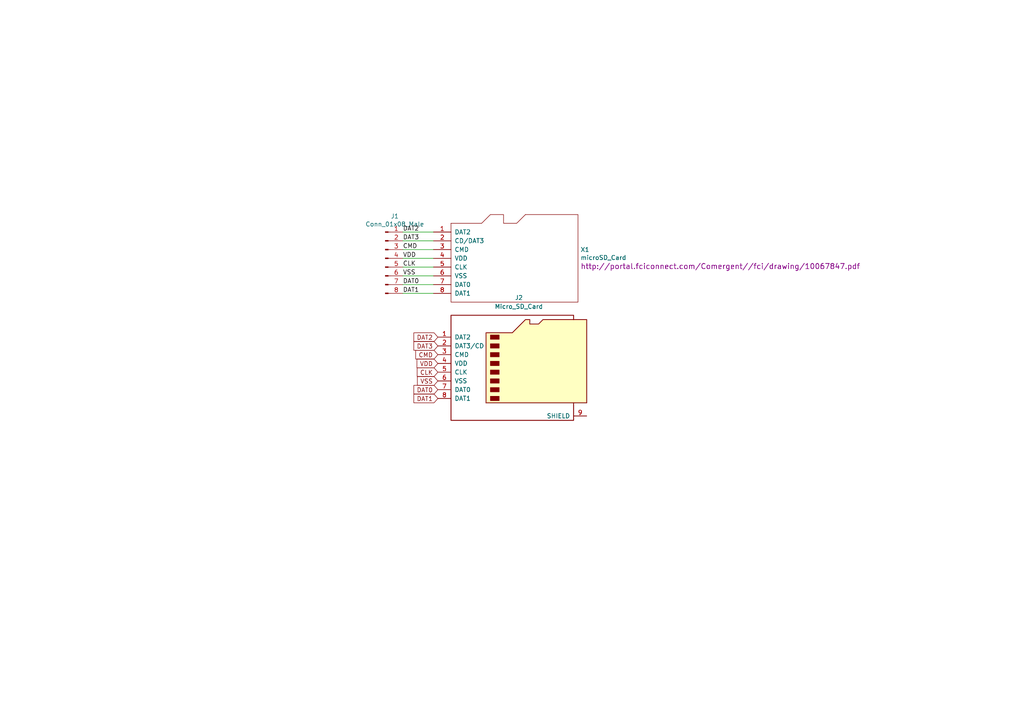
<source format=kicad_sch>
(kicad_sch (version 20211123) (generator eeschema)
  (paper "A4")
  (lib_symbols
    (symbol "Connector:Conn_01x08_Male" (pin_names (offset 1.016) hide)
      (property "Reference" "J" (at 0 10.16 0))
      (property "Value" "Conn_01x08_Male" (at 0 -12.7 0))
      (symbol "Conn_01x08_Male_1_1"
        (polyline (pts (xy 1.27 -10.16) (xy 0.8636 -10.16)) (stroke (width 0.1524)))
        (polyline (pts (xy 1.27 -7.62) (xy 0.8636 -7.62)) (stroke (width 0.1524)))
        (polyline (pts (xy 1.27 -5.08) (xy 0.8636 -5.08)) (stroke (width 0.1524)))
        (polyline (pts (xy 1.27 -2.54) (xy 0.8636 -2.54)) (stroke (width 0.1524)))
        (polyline (pts (xy 1.27 0) (xy 0.8636 0)) (stroke (width 0.1524)))
        (polyline (pts (xy 1.27 2.54) (xy 0.8636 2.54)) (stroke (width 0.1524)))
        (polyline (pts (xy 1.27 5.08) (xy 0.8636 5.08)) (stroke (width 0.1524)))
        (polyline (pts (xy 1.27 7.62) (xy 0.8636 7.62)) (stroke (width 0.1524)))
        (rectangle (start 0.8636 -10.033) (end 0 -10.287) (stroke (width 0.1524)) (fill (type outline)))
        (rectangle (start 0.8636 -7.493) (end 0 -7.747) (stroke (width 0.1524)) (fill (type outline)))
        (rectangle (start 0.8636 -4.953) (end 0 -5.207) (stroke (width 0.1524)) (fill (type outline)))
        (rectangle (start 0.8636 -2.413) (end 0 -2.667) (stroke (width 0.1524)) (fill (type outline)))
        (rectangle (start 0.8636 0.127) (end 0 -0.127) (stroke (width 0.1524)) (fill (type outline)))
        (rectangle (start 0.8636 2.667) (end 0 2.413) (stroke (width 0.1524)) (fill (type outline)))
        (rectangle (start 0.8636 5.207) (end 0 4.953) (stroke (width 0.1524)) (fill (type outline)))
        (rectangle (start 0.8636 7.747) (end 0 7.493) (stroke (width 0.1524)) (fill (type outline)))
        (pin passive line (at 5.08 7.62 180) (length 3.81) (name "Pin_1") (number "1"))
        (pin passive line (at 5.08 5.08 180) (length 3.81) (name "Pin_2") (number "2"))
        (pin passive line (at 5.08 2.54 180) (length 3.81) (name "Pin_3") (number "3"))
        (pin passive line (at 5.08 0 180) (length 3.81) (name "Pin_4") (number "4"))
        (pin passive line (at 5.08 -2.54 180) (length 3.81) (name "Pin_5") (number "5"))
        (pin passive line (at 5.08 -5.08 180) (length 3.81) (name "Pin_6") (number "6"))
        (pin passive line (at 5.08 -7.62 180) (length 3.81) (name "Pin_7") (number "7"))
        (pin passive line (at 5.08 -10.16 180) (length 3.81) (name "Pin_8") (number "8"))
      )
    )
    (symbol "Connector:Micro_SD_Card" (pin_names (offset 1.016))
      (property "Reference" "J" (at -16.51 15.24 0))
      (property "Value" "Micro_SD_Card" (at 16.51 15.24 0))
      (symbol "Micro_SD_Card_0_1"
        (rectangle (start -7.62 -9.525) (end -5.08 -10.795) (fill (type outline)))
        (rectangle (start -7.62 -6.985) (end -5.08 -8.255) (fill (type outline)))
        (rectangle (start -7.62 -4.445) (end -5.08 -5.715) (fill (type outline)))
        (rectangle (start -7.62 -1.905) (end -5.08 -3.175) (fill (type outline)))
        (rectangle (start -7.62 0.635) (end -5.08 -0.635) (fill (type outline)))
        (rectangle (start -7.62 3.175) (end -5.08 1.905) (fill (type outline)))
        (rectangle (start -7.62 5.715) (end -5.08 4.445) (fill (type outline)))
        (rectangle (start -7.62 8.255) (end -5.08 6.985) (fill (type outline)))
        (polyline (pts (xy 16.51 12.7) (xy 16.51 13.97) (xy -19.05 13.97) (xy -19.05 -16.51) (xy 16.51 -16.51) (xy 16.51 -11.43)) (stroke (width 0.254)))
        (polyline (pts (xy -8.89 -11.43) (xy -8.89 8.89) (xy -1.27 8.89) (xy 2.54 12.7) (xy 3.81 12.7) (xy 3.81 11.43) (xy 6.35 11.43) (xy 7.62 12.7) (xy 20.32 12.7) (xy 20.32 -11.43) (xy -8.89 -11.43)) (stroke (width 0.254)) (fill (type background)))
      )
      (symbol "Micro_SD_Card_1_1"
        (pin bidirectional line (at -22.86 7.62 0) (length 3.81) (name "DAT2") (number "1"))
        (pin bidirectional line (at -22.86 5.08 0) (length 3.81) (name "DAT3/CD") (number "2"))
        (pin input line (at -22.86 2.54 0) (length 3.81) (name "CMD") (number "3"))
        (pin power_in line (at -22.86 0 0) (length 3.81) (name "VDD") (number "4"))
        (pin input line (at -22.86 -2.54 0) (length 3.81) (name "CLK") (number "5"))
        (pin power_in line (at -22.86 -5.08 0) (length 3.81) (name "VSS") (number "6"))
        (pin bidirectional line (at -22.86 -7.62 0) (length 3.81) (name "DAT0") (number "7"))
        (pin bidirectional line (at -22.86 -10.16 0) (length 3.81) (name "DAT1") (number "8"))
        (pin passive line (at 20.32 -15.24 180) (length 3.81) (name "SHIELD") (number "9"))
      )
    )
    (symbol "microSD_Card:microSD_Card" (pin_names (offset 1.016))
      (property "Reference" "X" (at -1.27 13.97 0))
      (property "Value" "microSD_Card" (at 0 -13.97 0))
      (property "Datasheet" "http://portal.fciconnect.com/Comergent//fci/drawing/10067847.pdf" (at 0 0 0))
      (symbol "microSD_Card_0_1"
        (rectangle (start -20.32 10.16) (end -11.43 10.16))
        (polyline (pts (xy -20.32 10.16) (xy -20.32 -12.7) (xy 16.51 -12.7) (xy 16.51 12.7) (xy 1.27 12.7)))
        (polyline (pts (xy -11.43 10.16) (xy -8.89 12.7) (xy -5.08 12.7) (xy -5.08 10.16) (xy -1.27 10.16) (xy 1.27 12.7)))
      )
      (symbol "microSD_Card_1_1"
        (pin input line (at -25.4 7.62 0) (length 5.08) (name "DAT2") (number "1"))
        (pin input line (at -25.4 5.08 0) (length 5.08) (name "CD/DAT3") (number "2"))
        (pin input line (at -25.4 2.54 0) (length 5.08) (name "CMD") (number "3"))
        (pin input line (at -25.4 0 0) (length 5.08) (name "VDD") (number "4"))
        (pin input line (at -25.4 -2.54 0) (length 5.08) (name "CLK") (number "5"))
        (pin input line (at -25.4 -5.08 0) (length 5.08) (name "VSS") (number "6"))
        (pin input line (at -25.4 -7.62 0) (length 5.08) (name "DAT0") (number "7"))
        (pin input line (at -25.4 -10.16 0) (length 5.08) (name "DAT1") (number "8"))
      )
    )
  )
  (wire (pts (xy 116.84 69.85) (xy 125.73 69.85)))
  (wire (pts (xy 116.84 67.31) (xy 125.73 67.31)))
  (wire (pts (xy 116.84 82.55) (xy 125.73 82.55)))
  (wire (pts (xy 116.84 80.01) (xy 125.73 80.01)))
  (wire (pts (xy 116.84 72.39) (xy 125.73 72.39)))
  (wire (pts (xy 116.84 77.47) (xy 125.73 77.47)))
  (wire (pts (xy 116.84 74.93) (xy 125.73 74.93)))
  (wire (pts (xy 116.84 85.09) (xy 125.73 85.09)))
  (label "VDD" (at 116.84 74.93 0))
  (label "VSS" (at 116.84 80.01 0))
  (label "CLK" (at 116.84 77.47 0))
  (label "DAT1" (at 116.84 85.09 0))
  (label "CMD" (at 116.84 72.39 0))
  (label "DAT0" (at 116.84 82.55 0))
  (label "DAT2" (at 116.84 67.31 0))
  (label "DAT3" (at 116.84 69.85 0))
  (global_label "CMD" (shape input) (at 127 102.87 180) (property "Intersheet References" "${INTERSHEET_REFS}" (effects hide)))
  (global_label "VDD" (shape input) (at 127 105.41 180) (property "Intersheet References" "${INTERSHEET_REFS}" (effects hide)))
  (global_label "DAT3" (shape input) (at 127 100.33 180) (property "Intersheet References" "${INTERSHEET_REFS}" (effects hide)))
  (global_label "DAT1" (shape input) (at 127 115.57 180) (property "Intersheet References" "${INTERSHEET_REFS}" (effects hide)))
  (global_label "CLK" (shape input) (at 127 107.95 180) (property "Intersheet References" "${INTERSHEET_REFS}" (effects hide)))
  (global_label "DAT0" (shape input) (at 127 113.03 180) (property "Intersheet References" "${INTERSHEET_REFS}" (effects hide)))
  (global_label "VSS" (shape input) (at 127 110.49 180) (property "Intersheet References" "${INTERSHEET_REFS}" (effects hide)))
  (global_label "DAT2" (shape input) (at 127 97.79 180) (property "Intersheet References" "${INTERSHEET_REFS}" (effects hide)))
  (symbol (lib_id "Connector:Conn_01x08_Male") (at 111.76 74.93 0) (unit 1)
    (property "Reference" "J1" (at 114.5032 62.7126 0))
    (property "Value" "Conn_01x08_Male" (at 114.5032 65.024 0))
    (property "Footprint" "Connector_PinHeader_2.54mm:PinHeader_2x04_P2.54mm_Vertical" (effects hide))
  )
  (symbol (lib_id "microSD_Card:microSD_Card") (at 151.13 74.93 0) (unit 1)
    (property "Reference" "X1" (at 168.3512 72.4154 0) (effects (justify left)))
    (property "Value" "microSD_Card" (at 168.3512 74.7268 0) (effects (justify left)))
    (property "Footprint" "sdbreakout:microSD_Card" (effects hide))
    (property "Datasheet" "http://portal.fciconnect.com/Comergent//fci/drawing/10067847.pdf" (at 168.3512 77.2414 0) (effects (font (size 1.524 1.524)) (justify left)))
  )
  (symbol (lib_id "Connector:Micro_SD_Card") (at 149.86 105.41 0) (unit 1)
    (property "Reference" "J2" (at 150.495 86.36 0))
    (property "Value" "Micro_SD_Card" (at 150.495 88.9 0))
    (property "Footprint" "sdcard:Conn_uSDcard" (effects hide))
    (property "Datasheet" "http://katalog.we-online.de/em/datasheet/693072010801.pdf" (effects hide))
  )
)
</source>
